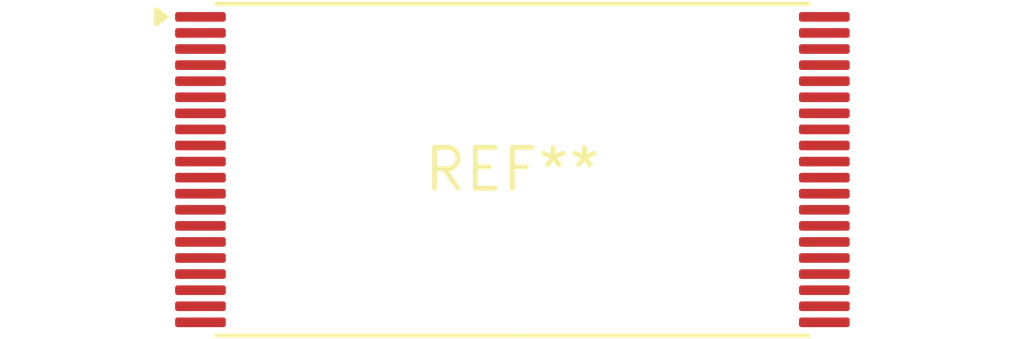
<source format=kicad_pcb>
(kicad_pcb (version 20240108) (generator pcbnew)
  (layers (0 "F.Cu" signal) (31 "B.Cu" signal) (34 "B.Paste" user) (35 "F.Paste" user) (36 "B.SilkS" user "B.Silkscreen") (37 "F.SilkS" user "F.Silkscreen") (38 "B.Mask" user) (39 "F.Mask" user) (44 "Edge.Cuts" user))
  (net 0 "")
  (footprint "TSOP-I-40_18.4x10mm_P0.5mm" (layer "F.Cu") (at 0 0)
    (property "Reference" "REF**")
    (property "Value" "TSOP-I-40_18.4x10mm_P0.5mm")
    (fp_line (start 0 -5.16) (end -9.2 -5.16) (layer "F.SilkS") (stroke (width 0.12)))
    (fp_line (start 0 -5.16) (end 9.2 -5.16) (layer "F.SilkS") (stroke (width 0.12)))
    (fp_line (start 0 5.16) (end -9.2 5.16) (layer "F.SilkS") (stroke (width 0.12)))
    (fp_line (start 0 5.16) (end 9.2 5.16) (layer "F.SilkS") (stroke (width 0.12)))
    (fp_poly (pts (xy -10.735 -4.75) (xy -11.065 -4.99) (xy -11.065 -4.51) (xy -10.735 -4.75)) (layer "F.SilkS") (stroke (width 0.12)) (fill solid))
    (pad "1" smd roundrect (at -9.6875 -4.75) (size 1.575 0.3) (layers "F.Cu" "F.Paste" "F.Mask"))
    (pad "2" smd roundrect (at -9.6875 -4.25) (size 1.575 0.3) (layers "F.Cu" "F.Paste" "F.Mask"))
    (pad "3" smd roundrect (at -9.6875 -3.75) (size 1.575 0.3) (layers "F.Cu" "F.Paste" "F.Mask"))
    (pad "4" smd roundrect (at -9.6875 -3.25) (size 1.575 0.3) (layers "F.Cu" "F.Paste" "F.Mask"))
    (pad "5" smd roundrect (at -9.6875 -2.75) (size 1.575 0.3) (layers "F.Cu" "F.Paste" "F.Mask"))
    (pad "6" smd roundrect (at -9.6875 -2.25) (size 1.575 0.3) (layers "F.Cu" "F.Paste" "F.Mask"))
    (pad "7" smd roundrect (at -9.6875 -1.75) (size 1.575 0.3) (layers "F.Cu" "F.Paste" "F.Mask"))
    (pad "8" smd roundrect (at -9.6875 -1.25) (size 1.575 0.3) (layers "F.Cu" "F.Paste" "F.Mask"))
    (pad "9" smd roundrect (at -9.6875 -0.75) (size 1.575 0.3) (layers "F.Cu" "F.Paste" "F.Mask"))
    (pad "10" smd roundrect (at -9.6875 -0.25) (size 1.575 0.3) (layers "F.Cu" "F.Paste" "F.Mask"))
    (pad "11" smd roundrect (at -9.6875 0.25) (size 1.575 0.3) (layers "F.Cu" "F.Paste" "F.Mask"))
    (pad "12" smd roundrect (at -9.6875 0.75) (size 1.575 0.3) (layers "F.Cu" "F.Paste" "F.Mask"))
    (pad "13" smd roundrect (at -9.6875 1.25) (size 1.575 0.3) (layers "F.Cu" "F.Paste" "F.Mask"))
    (pad "14" smd roundrect (at -9.6875 1.75) (size 1.575 0.3) (layers "F.Cu" "F.Paste" "F.Mask"))
    (pad "15" smd roundrect (at -9.6875 2.25) (size 1.575 0.3) (layers "F.Cu" "F.Paste" "F.Mask"))
    (pad "16" smd roundrect (at -9.6875 2.75) (size 1.575 0.3) (layers "F.Cu" "F.Paste" "F.Mask"))
    (pad "17" smd roundrect (at -9.6875 3.25) (size 1.575 0.3) (layers "F.Cu" "F.Paste" "F.Mask"))
    (pad "18" smd roundrect (at -9.6875 3.75) (size 1.575 0.3) (layers "F.Cu" "F.Paste" "F.Mask"))
    (pad "19" smd roundrect (at -9.6875 4.25) (size 1.575 0.3) (layers "F.Cu" "F.Paste" "F.Mask"))
    (pad "20" smd roundrect (at -9.6875 4.75) (size 1.575 0.3) (layers "F.Cu" "F.Paste" "F.Mask"))
    (pad "21" smd roundrect (at 9.6875 4.75) (size 1.575 0.3) (layers "F.Cu" "F.Paste" "F.Mask"))
    (pad "22" smd roundrect (at 9.6875 4.25) (size 1.575 0.3) (layers "F.Cu" "F.Paste" "F.Mask"))
    (pad "23" smd roundrect (at 9.6875 3.75) (size 1.575 0.3) (layers "F.Cu" "F.Paste" "F.Mask"))
    (pad "24" smd roundrect (at 9.6875 3.25) (size 1.575 0.3) (layers "F.Cu" "F.Paste" "F.Mask"))
    (pad "25" smd roundrect (at 9.6875 2.75) (size 1.575 0.3) (layers "F.Cu" "F.Paste" "F.Mask"))
    (pad "26" smd roundrect (at 9.6875 2.25) (size 1.575 0.3) (layers "F.Cu" "F.Paste" "F.Mask"))
    (pad "27" smd roundrect (at 9.6875 1.75) (size 1.575 0.3) (layers "F.Cu" "F.Paste" "F.Mask"))
    (pad "28" smd roundrect (at 9.6875 1.25) (size 1.575 0.3) (layers "F.Cu" "F.Paste" "F.Mask"))
    (pad "29" smd roundrect (at 9.6875 0.75) (size 1.575 0.3) (layers "F.Cu" "F.Paste" "F.Mask"))
    (pad "30" smd roundrect (at 9.6875 0.25) (size 1.575 0.3) (layers "F.Cu" "F.Paste" "F.Mask"))
    (pad "31" smd roundrect (at 9.6875 -0.25) (size 1.575 0.3) (layers "F.Cu" "F.Paste" "F.Mask"))
    (pad "32" smd roundrect (at 9.6875 -0.75) (size 1.575 0.3) (layers "F.Cu" "F.Paste" "F.Mask"))
    (pad "33" smd roundrect (at 9.6875 -1.25) (size 1.575 0.3) (layers "F.Cu" "F.Paste" "F.Mask"))
    (pad "34" smd roundrect (at 9.6875 -1.75) (size 1.575 0.3) (layers "F.Cu" "F.Paste" "F.Mask"))
    (pad "35" smd roundrect (at 9.6875 -2.25) (size 1.575 0.3) (layers "F.Cu" "F.Paste" "F.Mask"))
    (pad "36" smd roundrect (at 9.6875 -2.75) (size 1.575 0.3) (layers "F.Cu" "F.Paste" "F.Mask"))
    (pad "37" smd roundrect (at 9.6875 -3.25) (size 1.575 0.3) (layers "F.Cu" "F.Paste" "F.Mask"))
    (pad "38" smd roundrect (at 9.6875 -3.75) (size 1.575 0.3) (layers "F.Cu" "F.Paste" "F.Mask"))
    (pad "39" smd roundrect (at 9.6875 -4.25) (size 1.575 0.3) (layers "F.Cu" "F.Paste" "F.Mask"))
    (pad "40" smd roundrect (at 9.6875 -4.75) (size 1.575 0.3) (layers "F.Cu" "F.Paste" "F.Mask"))
  )
)
</source>
